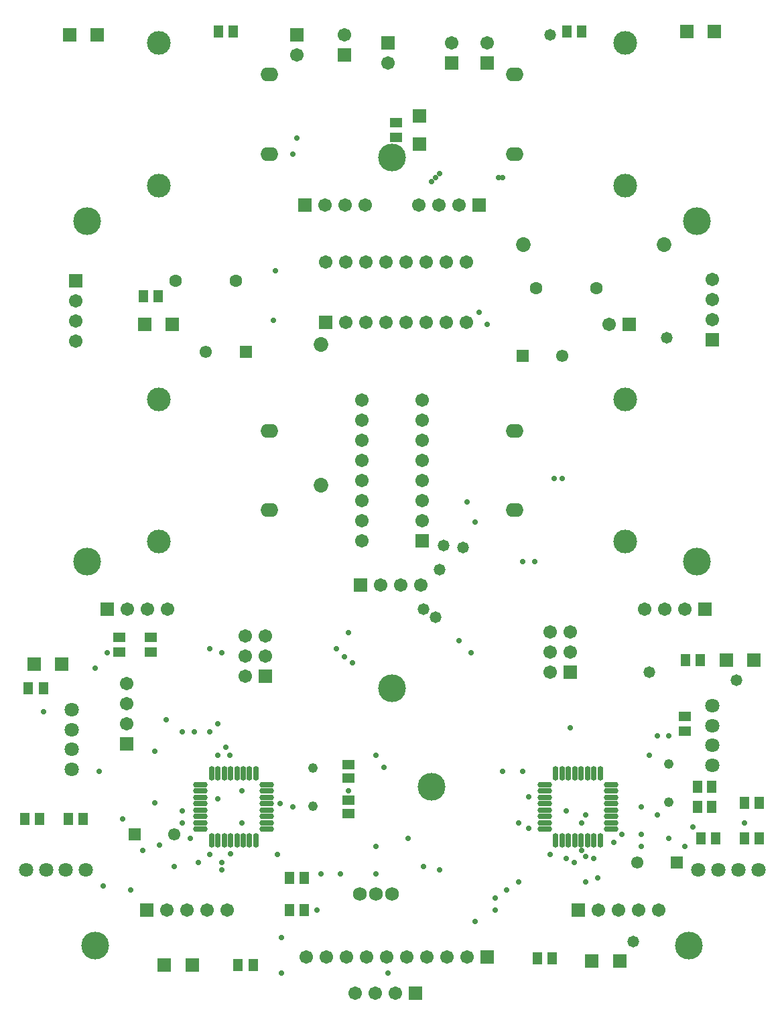
<source format=gts>
G04 Layer_Color=8388736*
%FSLAX25Y25*%
%MOIN*%
G70*
G01*
G75*
%ADD47R,0.06706X0.06706*%
%ADD48R,0.04737X0.06391*%
%ADD49R,0.05131X0.06233*%
%ADD50R,0.06391X0.04737*%
%ADD51R,0.06706X0.06706*%
%ADD52O,0.07296X0.02965*%
%ADD53O,0.02965X0.07296*%
%ADD54R,0.06233X0.05131*%
%ADD55C,0.13800*%
%ADD56C,0.11800*%
%ADD57C,0.06706*%
%ADD58R,0.06706X0.06706*%
%ADD59R,0.06706X0.06706*%
%ADD60C,0.06312*%
%ADD61C,0.07296*%
%ADD62C,0.06115*%
%ADD63R,0.06115X0.06115*%
%ADD64C,0.06706*%
%ADD65O,0.08800X0.06800*%
%ADD66C,0.04855*%
%ADD67C,0.07099*%
%ADD68C,0.06800*%
%ADD69C,0.02800*%
%ADD70C,0.05800*%
D47*
X506890Y120079D02*
D03*
X493110D02*
D03*
X280512Y118110D02*
D03*
X294291D02*
D03*
X233268Y580709D02*
D03*
X247047D02*
D03*
X554134Y582677D02*
D03*
X540354D02*
D03*
X573819Y269685D02*
D03*
X560039D02*
D03*
X229331Y267717D02*
D03*
X215551D02*
D03*
X284449Y437008D02*
D03*
X270669D02*
D03*
X549213Y295276D02*
D03*
X251968Y295276D02*
D03*
X377953Y307087D02*
D03*
X405512Y104331D02*
D03*
X440945Y122047D02*
D03*
X437008Y496063D02*
D03*
X486220Y145669D02*
D03*
X350394Y496063D02*
D03*
X271654Y145669D02*
D03*
X511811Y437008D02*
D03*
D48*
X554862Y181102D02*
D03*
X547500D02*
D03*
X314705Y582677D02*
D03*
X307343D02*
D03*
X480571D02*
D03*
X487933D02*
D03*
X539626Y269685D02*
D03*
X546988D02*
D03*
X220216Y255906D02*
D03*
X212854D02*
D03*
X569153Y181102D02*
D03*
X576516D02*
D03*
X569153Y198819D02*
D03*
X576516D02*
D03*
X466079Y121461D02*
D03*
X473441D02*
D03*
X269941Y450787D02*
D03*
X277303D02*
D03*
X239902Y190945D02*
D03*
X232539D02*
D03*
X342776Y161417D02*
D03*
X350138D02*
D03*
Y145669D02*
D03*
X342776D02*
D03*
X218248Y190945D02*
D03*
X210886D02*
D03*
X317185Y118110D02*
D03*
X324547D02*
D03*
D49*
X552610Y206693D02*
D03*
X545815D02*
D03*
X552610Y196850D02*
D03*
X545815D02*
D03*
D50*
X273622Y281240D02*
D03*
Y273878D02*
D03*
X395669Y537146D02*
D03*
Y529783D02*
D03*
X257874Y281240D02*
D03*
Y273878D02*
D03*
X539370Y241870D02*
D03*
Y234508D02*
D03*
D51*
X407480Y540354D02*
D03*
Y526575D02*
D03*
X261811Y228346D02*
D03*
X482283Y263780D02*
D03*
X330709Y261811D02*
D03*
X440945Y566929D02*
D03*
X423228D02*
D03*
X391732Y576772D02*
D03*
X370079Y570866D02*
D03*
X346457Y580709D02*
D03*
X553150Y429134D02*
D03*
X236221Y458662D02*
D03*
D52*
X502756Y185827D02*
D03*
Y188976D02*
D03*
Y192126D02*
D03*
Y195275D02*
D03*
Y198425D02*
D03*
Y201575D02*
D03*
Y204725D02*
D03*
Y207874D02*
D03*
X469685D02*
D03*
Y204725D02*
D03*
Y201575D02*
D03*
Y198425D02*
D03*
Y195275D02*
D03*
Y192126D02*
D03*
Y188976D02*
D03*
Y185827D02*
D03*
X331496Y185827D02*
D03*
Y188976D02*
D03*
Y192126D02*
D03*
Y195275D02*
D03*
Y198425D02*
D03*
Y201575D02*
D03*
Y204725D02*
D03*
Y207874D02*
D03*
X298425D02*
D03*
Y204725D02*
D03*
Y201575D02*
D03*
Y198425D02*
D03*
Y195275D02*
D03*
Y192126D02*
D03*
Y188976D02*
D03*
Y185827D02*
D03*
D53*
X497244Y213386D02*
D03*
X494095D02*
D03*
X490945D02*
D03*
X487795D02*
D03*
X484646D02*
D03*
X481496D02*
D03*
X478346D02*
D03*
X475197D02*
D03*
Y180315D02*
D03*
X478346D02*
D03*
X481496D02*
D03*
X484646D02*
D03*
X487795D02*
D03*
X490945D02*
D03*
X494095D02*
D03*
X497244D02*
D03*
X325984Y213386D02*
D03*
X322835D02*
D03*
X319685D02*
D03*
X316535D02*
D03*
X313386D02*
D03*
X310236D02*
D03*
X307087D02*
D03*
X303937D02*
D03*
Y180315D02*
D03*
X307087D02*
D03*
X310236D02*
D03*
X313386D02*
D03*
X316535D02*
D03*
X319685D02*
D03*
X322835D02*
D03*
X325984D02*
D03*
D54*
X372047Y211169D02*
D03*
Y217965D02*
D03*
X372047Y200248D02*
D03*
Y193453D02*
D03*
D55*
X393701Y519685D02*
D03*
X413386Y206693D02*
D03*
X393701Y255906D02*
D03*
X541339Y127953D02*
D03*
X246063D02*
D03*
X545276Y318898D02*
D03*
X242126D02*
D03*
X545276Y488189D02*
D03*
X242126D02*
D03*
D56*
X277559Y399606D02*
D03*
Y328740D02*
D03*
X509842D02*
D03*
X277559Y505905D02*
D03*
X509842Y399606D02*
D03*
Y576772D02*
D03*
Y505905D02*
D03*
X277559Y576772D02*
D03*
D57*
X378701Y399173D02*
D03*
Y389173D02*
D03*
Y379173D02*
D03*
Y369173D02*
D03*
Y359173D02*
D03*
Y349173D02*
D03*
Y339173D02*
D03*
Y329173D02*
D03*
X408701Y399173D02*
D03*
Y389173D02*
D03*
Y379173D02*
D03*
Y369173D02*
D03*
Y359173D02*
D03*
Y349173D02*
D03*
Y339173D02*
D03*
X430669Y467756D02*
D03*
X420669D02*
D03*
X410669D02*
D03*
X400669D02*
D03*
X390669D02*
D03*
X380669D02*
D03*
X370669D02*
D03*
X360669D02*
D03*
X430669Y437756D02*
D03*
X420669D02*
D03*
X410669D02*
D03*
X400669D02*
D03*
X390669D02*
D03*
X380669D02*
D03*
X370669D02*
D03*
D58*
X408701Y329173D02*
D03*
D59*
X360669Y437756D02*
D03*
D60*
X495315Y454724D02*
D03*
X465315D02*
D03*
X316181Y458661D02*
D03*
X286181D02*
D03*
D61*
X358268Y426732D02*
D03*
Y356732D02*
D03*
X459094Y476378D02*
D03*
X529095D02*
D03*
D62*
X515748Y169291D02*
D03*
X478346Y421260D02*
D03*
X301181Y423228D02*
D03*
X285433Y183071D02*
D03*
D63*
X535433Y169291D02*
D03*
X458662Y421260D02*
D03*
X320866Y423228D02*
D03*
X265748Y183071D02*
D03*
D64*
X519213Y295276D02*
D03*
X529213D02*
D03*
X539213D02*
D03*
X281968Y295276D02*
D03*
X271968D02*
D03*
X261968D02*
D03*
X261811Y258347D02*
D03*
Y248346D02*
D03*
Y238347D02*
D03*
X472283Y263780D02*
D03*
X482283Y273780D02*
D03*
X472283D02*
D03*
X482283Y283780D02*
D03*
X472283D02*
D03*
X320709Y261811D02*
D03*
X330709Y271811D02*
D03*
X320709D02*
D03*
X330709Y281811D02*
D03*
X320709D02*
D03*
X407953Y307087D02*
D03*
X397953D02*
D03*
X387953D02*
D03*
X375512Y104331D02*
D03*
X385512D02*
D03*
X395512D02*
D03*
X420945Y122047D02*
D03*
X350945D02*
D03*
X360945D02*
D03*
X370945D02*
D03*
X380945D02*
D03*
X390945D02*
D03*
X400945D02*
D03*
X410945D02*
D03*
X430945D02*
D03*
X440945Y576929D02*
D03*
X423228D02*
D03*
X391732Y566772D02*
D03*
X370079Y580866D02*
D03*
X346457Y570709D02*
D03*
X553150Y459134D02*
D03*
Y449134D02*
D03*
Y439134D02*
D03*
X407008Y496063D02*
D03*
X417008D02*
D03*
X427008D02*
D03*
X526220Y145669D02*
D03*
X516220D02*
D03*
X506220D02*
D03*
X496220D02*
D03*
X380394Y496063D02*
D03*
X370394D02*
D03*
X360394D02*
D03*
X236221Y428661D02*
D03*
Y438661D02*
D03*
Y448662D02*
D03*
X311654Y145669D02*
D03*
X301654D02*
D03*
X291654D02*
D03*
X281654D02*
D03*
X501811Y437008D02*
D03*
D65*
X454724Y344488D02*
D03*
Y383858D02*
D03*
X454724Y561024D02*
D03*
Y521654D02*
D03*
X332677Y521654D02*
D03*
Y561024D02*
D03*
X332677Y383858D02*
D03*
Y344488D02*
D03*
D66*
X531496Y199055D02*
D03*
Y218268D02*
D03*
X354331Y197087D02*
D03*
Y216299D02*
D03*
D67*
X553150Y247126D02*
D03*
Y237126D02*
D03*
Y227441D02*
D03*
Y217441D02*
D03*
X556181Y165354D02*
D03*
X546181D02*
D03*
X575866D02*
D03*
X565866D02*
D03*
X221535D02*
D03*
X211535D02*
D03*
X234252Y235157D02*
D03*
Y245158D02*
D03*
X241220Y165354D02*
D03*
X231221D02*
D03*
X234252Y215472D02*
D03*
Y225472D02*
D03*
D68*
X385827Y153543D02*
D03*
X377827D02*
D03*
X393827D02*
D03*
D69*
X278140Y177747D02*
D03*
X389764Y216535D02*
D03*
X368110Y163386D02*
D03*
X496062Y161417D02*
D03*
X490158Y159449D02*
D03*
X435039Y139763D02*
D03*
X409449Y167323D02*
D03*
X309055Y273622D02*
D03*
X303150Y275590D02*
D03*
X295276Y234252D02*
D03*
X289370D02*
D03*
X318898Y204724D02*
D03*
Y188976D02*
D03*
X372047Y204724D02*
D03*
X338189Y198425D02*
D03*
X220472Y244094D02*
D03*
X251969Y273622D02*
D03*
X440945Y437008D02*
D03*
X437008Y442913D02*
D03*
X478346Y360236D02*
D03*
X474409D02*
D03*
X464567Y318898D02*
D03*
X458661D02*
D03*
X427165Y279528D02*
D03*
X433071Y273622D02*
D03*
X490158Y192913D02*
D03*
X488189Y188976D02*
D03*
X480315Y194882D02*
D03*
X346457Y529528D02*
D03*
X344488Y521654D02*
D03*
X374016Y268504D02*
D03*
X370079Y271654D02*
D03*
X366142Y275590D02*
D03*
X335630Y463583D02*
D03*
X448819Y509842D02*
D03*
X413386Y507874D02*
D03*
X415354Y509842D02*
D03*
X417323Y511811D02*
D03*
X446850Y509842D02*
D03*
X334646Y438976D02*
D03*
X307087Y200787D02*
D03*
X336614Y173228D02*
D03*
X385827Y163386D02*
D03*
X312992Y222441D02*
D03*
X385827Y177165D02*
D03*
X311024Y226378D02*
D03*
X385827Y222441D02*
D03*
X358268Y163386D02*
D03*
X431102Y348425D02*
D03*
X435039Y338583D02*
D03*
X246063Y265748D02*
D03*
X568898Y188976D02*
D03*
X543307Y187008D02*
D03*
X531496Y181102D02*
D03*
Y232283D02*
D03*
X525591D02*
D03*
X338583Y114173D02*
D03*
X309055Y165354D02*
D03*
X503937Y179134D02*
D03*
X517717Y177165D02*
D03*
X539370D02*
D03*
X507874Y183071D02*
D03*
X517717D02*
D03*
X521654Y222441D02*
D03*
X458661Y214567D02*
D03*
X448819D02*
D03*
X417323Y165354D02*
D03*
X344488Y196850D02*
D03*
X401575Y181102D02*
D03*
X303150Y173228D02*
D03*
X297244Y169291D02*
D03*
X263779Y155512D02*
D03*
X293307Y181102D02*
D03*
X269685Y175197D02*
D03*
X303150Y234252D02*
D03*
X281496Y240158D02*
D03*
X275590Y224410D02*
D03*
X250000Y157480D02*
D03*
X356299Y145669D02*
D03*
X338583Y131890D02*
D03*
X289370Y194882D02*
D03*
Y188976D02*
D03*
X275590Y198819D02*
D03*
X285433Y167323D02*
D03*
X484252Y169291D02*
D03*
X480315Y171260D02*
D03*
X313386Y173622D02*
D03*
X372047Y283465D02*
D03*
X488189Y175197D02*
D03*
X494095Y171260D02*
D03*
X391732Y114173D02*
D03*
X309055Y169291D02*
D03*
X472441Y173228D02*
D03*
X456693Y159449D02*
D03*
Y188976D02*
D03*
X461614Y186024D02*
D03*
Y201772D02*
D03*
X450787Y155512D02*
D03*
X444882Y151575D02*
D03*
Y145669D02*
D03*
X517717Y196850D02*
D03*
X482283Y236221D02*
D03*
X490158Y172244D02*
D03*
X307087Y222441D02*
D03*
Y238189D02*
D03*
X525591Y192913D02*
D03*
X259842Y190945D02*
D03*
X248031Y214567D02*
D03*
D70*
X472441Y580709D02*
D03*
X564961Y259842D02*
D03*
X530512Y430118D02*
D03*
X419291Y326772D02*
D03*
X429134Y325787D02*
D03*
X415354Y291339D02*
D03*
X409449Y295276D02*
D03*
X521654Y263779D02*
D03*
X513779Y129921D02*
D03*
X417323Y314961D02*
D03*
M02*

</source>
